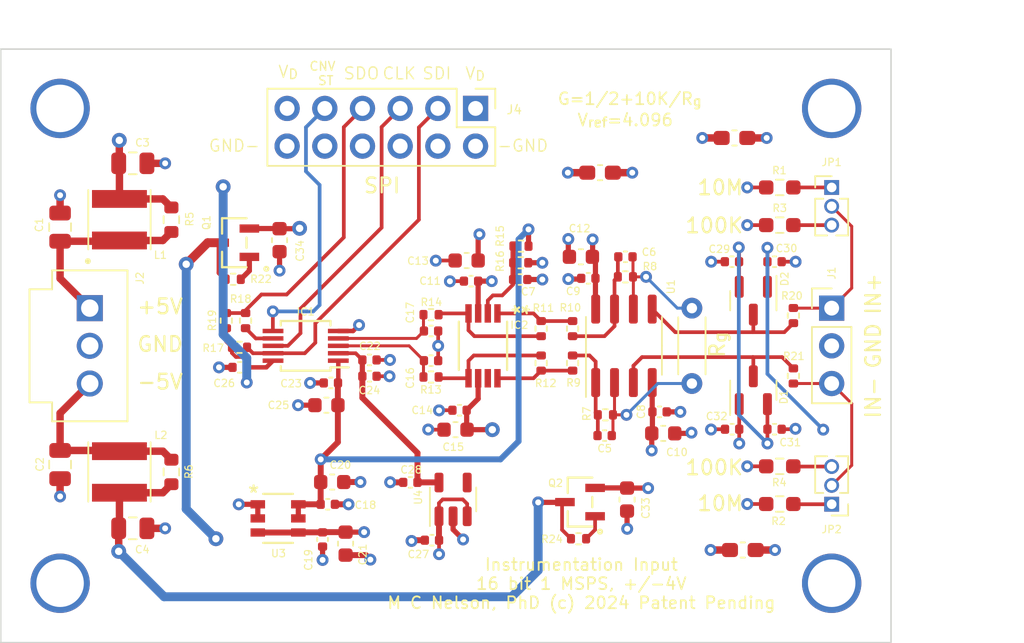
<source format=kicad_pcb>
(kicad_pcb (version 20240108) (generator "pcbnew") (generator_version "8.0")
  (layers (0 "F.Cu" signal) (1 "In1.Cu" signal) (2 "In2.Cu" signal) (31 "B.Cu" signal) (34 "B.Paste" user) (35 "F.Paste" user) (36 "B.SilkS" user "B.Silkscreen") (37 "F.SilkS" user "F.Silkscreen") (38 "B.Mask" user) (39 "F.Mask" user) (44 "Edge.Cuts" user))
  (net 0 "")
  (net 1 "+5V in")
  (net 2 "Earth")
  (net 3 "-5V in")
  (net 4 "+5V")
  (net 5 "-5V")
  (net 6 "Rg+")
  (net 7 "Net-(C5-Pad2)")
  (net 8 "Rg-")
  (net 9 "Net-(C6-Pad2)")
  (net 10 "Vref/2")
  (net 11 "Out-")
  (net 12 "Out+")
  (net 13 "Vref")
  (net 14 "+1V8")
  (net 15 "VD")
  (net 16 "In+")
  (net 17 "In-")
  (net 18 "SPI:SDI")
  (net 19 "SPI:CLK")
  (net 20 "SPI:SDO")
  (net 21 "SPI:CNVST")
  (net 22 "Net-(JP1-Pad1)")
  (net 23 "Net-(JP1-Pad3)")
  (net 24 "Net-(JP2-Pad1)")
  (net 25 "Net-(JP2-Pad3)")
  (net 26 "+4.3V")
  (net 27 "Net-(Q1-Pad1)")
  (net 28 "Net-(Q2-Pad1)")
  (net 30 "Net-(IC1-Pad7)")
  (net 31 "-4.3V")
  (net 32 "Net-(D1-Pad3)")
  (net 33 "Net-(D2-Pad3)")
  (net 34 "Net-(IC2-Pad1)")
  (net 35 "Net-(IC2-Pad4)")
  (net 36 "Net-(IC2-Pad5)")
  (net 38 "Net-(IC2-Pad8)")
  (footprint "Resistor_SMD:R_0402_1005Metric" (layer "F.Cu") (at 138.54 118.84 90)
    (property "Reference" "R10")
    (property "Value" "2.00k")
  )
  (footprint "Capacitor_SMD:C_0603_1608Metric_Pad1.08x0.95mm_HandSolder" (layer "F.Cu") (at 149.45 105.99)
    (property "Reference" "REF**" (hide yes))
    (property "Value" "C_0603_1608Metric_Pad1.08x0.95mm_HandSolder")
  )
  (footprint "Capacitor_SMD:C_0402_1005Metric" (layer "F.Cu") (at 139.6 115.45 180)
    (property "Reference" "C9")
    (property "Value" "0.1uF")
  )
  (footprint "Capacitor_SMD:C_0402_1005Metric" (layer "F.Cu") (at 142.1 114 180)
    (property "Reference" "C6")
    (property "Value" "10p")
  )
  (footprint "Inductor_SMD:L_Taiyo-Yuden_NR-40xx" (layer "F.Cu") (at 108 128.5 -90)
    (property "Reference" "L2")
    (property "Value" "10uH")
  )
  (footprint "Resistor_SMD:R_0402_1005Metric" (layer "F.Cu") (at 142.1 115.35 180)
    (property "Reference" "R8")
    (property "Value" "10.0k")
  )
  (footprint "Capacitor_SMD:C_0805_2012Metric" (layer "F.Cu") (at 104 128 -90)
    (property "Reference" "C2")
    (property "Value" "22uF")
  )
  (footprint "MMBT4403:SOT-23_LTO" (layer "F.Cu") (at 115.74 113.05 90)
    (property "Reference" "Q1")
    (property "Value" "MMBT4401")
  )
  (footprint "Capacitor_SMD:C_0402_1005Metric" (layer "F.Cu") (at 144.4 124.45)
    (property "Reference" "C8")
    (property "Value" "0.1uF")
  )
  (footprint "Capacitor_SMD:C_0603_1608Metric" (layer "F.Cu") (at 144.65 125.9)
    (property "Reference" "C10")
    (property "Value" "10uF")
  )
  (footprint "Capacitor_SMD:C_0402_1005Metric" (layer "F.Cu") (at 129 121)
    (property "Reference" "C16")
    (property "Value" "3.3nF")
  )
  (footprint "Resistor_SMD:R_0402_1005Metric" (layer "F.Cu") (at 129 122.1 180)
    (property "Reference" "R13")
    (property "Value" "49.9")
  )
  (footprint "Capacitor_SMD:C_0402_1005Metric" (layer "F.Cu") (at 152.15 114.33)
    (property "Reference" "C30")
    (property "Value" "0.1uF")
  )
  (footprint "Resistor_SMD:R_0402_1005Metric" (layer "F.Cu") (at 136.42 118.84 -90)
    (property "Reference" "R11")
    (property "Value" "1.00k")
  )
  (footprint "Package_SO:SOIC-8_3.9x4.9mm_P1.27mm" (layer "F.Cu") (at 142 120 90)
    (property "Reference" "U1")
    (property "Value" "ADA4510-02")
  )
  (footprint "LT1994IMS8-TRPBF:SOIC8_LT1994IMS8-TRPBF_ADI" (layer "F.Cu") (at 132.5 120 -90)
    (property "Reference" "IC2")
    (property "Value" "LT1994IMS8-TRPBF")
  )
  (footprint "Capacitor_SMD:C_0603_1608Metric" (layer "F.Cu") (at 118.79 112.88 -90)
    (property "Reference" "C34")
    (property "Value" "10uF")
  )
  (footprint "Resistor_SMD:R_0402_1005Metric" (layer "F.Cu") (at 116.09 120.1)
    (property "Reference" "R17")
    (property "Value" "10k")
  )
  (footprint "Capacitor_SMD:C_0603_1608Metric" (layer "F.Cu") (at 123.24 133.33 -90)
    (property "Reference" "C21")
    (property "Value" "10uF")
  )
  (footprint "Capacitor_SMD:C_0402_1005Metric" (layer "F.Cu") (at 124.85 120.95)
    (property "Reference" "C22")
    (property "Value" "0.1uF")
  )
  (footprint "Capacitor_SMD:C_0402_1005Metric" (layer "F.Cu") (at 135.01 115.53)
    (property "Reference" "C7")
    (property "Value" "0.22uF")
  )
  (footprint "Capacitor_SMD:C_0805_2012Metric" (layer "F.Cu") (at 104 112 90)
    (property "Reference" "C1")
    (property "Value" "22uF")
  )
  (footprint "Connector_PinHeader_1.27mm:PinHeader_1x03_P1.27mm_Vertical" (layer "F.Cu") (at 156 109.325)
    (property "Reference" "JP1")
    (property "Value" "Conn_01x03_Male")
  )
  (footprint "Resistor_SMD:R_0603_1608Metric" (layer "F.Cu") (at 111.5 128.5 -90)
    (property "Reference" "R6")
    (property "Value" "100")
  )
  (footprint "Resistor_SMD:R_0402_1005Metric" (layer "F.Cu") (at 135.06 113.28 180)
    (property "Reference" "R15")
    (property "Value" "1.00k")
  )
  (footprint "Capacitor_SMD:C_0603_1608Metric" (layer "F.Cu") (at 122.34 129.18)
    (property "Reference" "C20")
    (property "Value" "10uF")
  )
  (footprint "Resistor_SMD:R_0402_1005Metric" (layer "F.Cu") (at 116.5 118.3 90)
    (property "Reference" "R18")
    (property "Value" "49.9")
  )
  (footprint "705430002:MOLEX_70543-0002" (layer "F.Cu") (at 106 120 90)
    (property "Reference" "J2")
    (property "Value" "70543-0002")
  )
  (footprint "Connector_PinHeader_1.27mm:PinHeader_1x03_P1.27mm_Vertical" (layer "F.Cu") (at 156 130.675 180)
    (property "Reference" "JP2")
    (property "Value" "Conn_01x03_Male")
  )
  (footprint "Resistor_SMD:R_0402_1005Metric" (layer "F.Cu") (at 129 117.9 180)
    (property "Reference" "R14")
    (property "Value" "49.9")
  )
  (footprint "Capacitor_SMD:C_0402_1005Metric" (layer "F.Cu") (at 130.92 124.34 180)
    (property "Reference" "C14")
    (property "Value" "0.1uF")
  )
  (footprint "Resistor_SMD:R_0402_1005Metric" (layer "F.Cu") (at 115.6683 115.5145 180)
    (property "Reference" "R22")
    (property "Value" "1k")
  )
  (footprint "Resistor_SMD:R_0402_1005Metric" (layer "F.Cu") (at 138.94 132.9995 180)
    (property "Reference" "R24")
    (property "Value" "1k")
  )
  (footprint "Resistor_SMD:R_0603_1608Metric_Pad0.98x0.95mm_HandSolder" (layer "F.Cu") (at 152.5 130.66 180)
    (property "Reference" "R2")
    (property "Value" "10M")
  )
  (footprint "Capacitor_SMD:C_0402_1005Metric" (layer "F.Cu") (at 149.29 125.62 180)
    (property "Reference" "C32")
    (property "Value" "0.1uF")
  )
  (footprint "Capacitor_SMD:C_0603_1608Metric_Pad1.08x0.95mm_HandSolder" (layer "F.Cu") (at 140.39 108.33)
    (property "Reference" "REF**" (hide yes))
    (property "Value" "C_0603_1608Metric_Pad1.08x0.95mm_HandSolder")
  )
  (footprint "Capacitor_SMD:C_0402_1005Metric" (layer "F.Cu") (at 140.7 126.05 180)
    (property "Reference" "C5")
    (property "Value" "10p")
  )
  (footprint "Capacitor_SMD:C_0805_2012Metric" (layer "F.Cu") (at 108.9 132.3)
    (property "Reference" "C4")
    (property "Value" "22uF")
  )
  (footprint "Capacitor_SMD:C_0603_1608Metric_Pad1.08x0.95mm_HandSolder" (layer "F.Cu") (at 150.01 133.76)
    (property "Reference" "REF**" (hide yes))
    (property "Value" "C_0603_1608Metric_Pad1.08x0.95mm_HandSolder")
  )
  (footprint "Resistor_SMD:R_0603_1608Metric_Pad0.98x0.95mm_HandSolder" (layer "F.Cu") (at 152.5 111.865 180)
    (property "Reference" "R3")
    (property "Value" "100k")
  )
  (footprint "Capacitor_SMD:C_0402_1005Metric" (layer "F.Cu") (at 116.1 121.45 180)
    (property "Reference" "C26")
    (property "Value" "0.1uF")
  )
  (footprint "Capacitor_SMD:C_0402_1005Metric" (layer "F.Cu") (at 131.695 115.64 180)
    (property "Reference" "C11")
    (property "Value" "0.1uF")
  )
  (footprint "REF3433MDBVTEP:SOT-23-6_TEX" (layer "F.Cu") (at 118.69 131.63)
    (property "Reference" "U3")
    (property "Value" "REF3440QDBVRQ1")
  )
  (footprint "Resistor_THT:R_Axial_DIN0204_L3.6mm_D1.6mm_P5.08mm_Horizontal" (layer "F.Cu") (at 146.58 122.54 90)
    (property "Reference" "Rg1" (hide yes))
    (property "Value" "R")
  )
  (footprint "MMBT4403:SOT-23_LTO" (layer "F.Cu") (at 139.04 130.53 90)
    (property "Reference" "Q2")
    (property "Value" "MMBT4403")
  )
  (footprint "Resistor_SMD:R_0402_1005Metric" (layer "F.Cu") (at 153.42 122.03 90)
    (property "Reference" "R21")
    (property "Value" "200")
  )
  (footprint "Capacitor_SMD:C_0402_1005Metric" (layer "F.Cu") (at 122.04 130.68 180)
    (property "Reference" "C18")
    (property "Value" "0.1uF")
  )
  (footprint "Resistor_SMD:R_0402_1005Metric" (layer "F.Cu") (at 153.42 117.96 -90)
    (property "Reference" "R20")
    (property "Value" "200")
  )
  (footprint "Capacitor_SMD:C_0402_1005Metric" (layer "F.Cu") (at 129.06 133.1 180)
    (property "Reference" "C27")
    (property "Value" "1uF")
  )
  (footprint "Resistor_SMD:R_0402_1005Metric" (layer "F.Cu") (at 138.54 121.16 -90)
    (property "Reference" "R9")
    (property "Value" "2.00k")
  )
  (footprint "Connector_PinHeader_2.54mm:PinHeader_2x06_P2.54mm_Vertical" (layer "F.Cu") (at 132 104 -90)
    (property "Reference" "J4")
    (property "Value" "Conn_02x06_Odd_Even")
  )
  (footprint "Capacitor_SMD:C_0402_1005Metric" (layer "F.Cu") (at 121.69 133.05 90)
    (property "Reference" "C19")
    (property "Value" "0.1uF")
  )
  (footprint "Resistor_SMD:R_0603_1608Metric_Pad0.98x0.95mm_HandSolder" (layer "F.Cu") (at 152.5 109.325 180)
    (property "Reference" "R1")
    (property "Value" "10M")
  )
  (footprint "Connector_PinHeader_2.54mm:PinHeader_1x03_P2.54mm_Vertical" (layer "F.Cu") (at 156 117.46)
    (property "Reference" "J1")
    (property "Value" "Conn_01x03_Male")
  )
  (footprint "Resistor_SMD:R_0402_1005Metric" (layer "F.Cu") (at 135.04 114.4)
    (property "Reference" "R16")
    (property "Value" "1.00k")
  )
  (footprint "Resistor_SMD:R_0402_1005Metric" (layer "F.Cu") (at 136.42 121.16 90)
    (property "Reference" "R12")
    (property "Value" "1.00k")
  )
  (footprint "Resistor_SMD:R_0603_1608Metric" (layer "F.Cu") (at 111.5 111.5 90)
    (property "Reference" "R5")
    (property "Value" "100")
  )
  (footprint "Capacitor_SMD:C_0603_1608Metric" (layer "F.Cu") (at 139.1 114 180)
    (property "Reference" "C12")
    (property "Value" "10uF")
  )
  (footprint "Capacitor_SMD:C_0805_2012Metric" (layer "F.Cu") (at 108.9 107.7)
    (property "Reference" "C3")
    (property "Value" "22uF")
  )
  (footprint "Capacitor_SMD:C_0402_1005Metric" (layer "F.Cu") (at 124.85 122.05)
    (property "Reference" "C24")
    (property "Value" "1uF")
  )
  (footprint "Capacitor_SMD:C_0603_1608Metric" (layer "F.Cu") (at 131.4 114.25 180)
    (property "Reference" "C13")
    (property "Value" "10uF")
  )
  (footprint "Resistor_SMD:R_0402_1005Metric" (layer "F.Cu") (at 115.2 118.3 90)
    (property "Reference" "R19")
    (property "Value" "30K")
  )
  (footprint "Capacitor_SMD:C_0402_1005Metric" (layer "F.Cu") (at 149.28 114.33 180)
    (property "Reference" "C29")
    (property "Value" "0.1uF")
  )
  (footprint "Capacitor_SMD:C_0402_1005Metric" (layer "F.Cu") (at 129 119 180)
    (property "Reference" "C17")
    (property "Value" "3.3nF")
  )
  (footprint "Capacitor_SMD:C_0402_1005Metric" (layer "F.Cu") (at 127.605 129.2025 180)
    (property "Reference" "C28")
    (property "Value" "1uF")
  )
  (footprint "Capacitor_SMD:C_0603_1608Metric" (layer "F.Cu") (at 142.21 130.36 -90)
    (property "Reference" "C33")
    (property "Value" "10uF")
  )
  (footprint "Package_SO:MSOP-10_3x3mm_P0.5mm" (layer "F.Cu") (at 120.55 120 180)
    (property "Reference" "IC1")
    (property "Value" "MCP33131D-10-I_MS")
  )
  (footprint "Capacitor_SMD:C_0603_1608Metric" (layer "F.Cu") (at 121.95 124 180)
    (property "Reference" "C25")
    (property "Value" "10uF")
  )
  (footprint "Capacitor_SMD:C_0402_1005Metric" (layer "F.Cu") (at 152.15 125.62)
    (property "Reference" "C31")
    (property "Value" "0.1uF")
  )
  (footprint "Resistor_SMD:R_0603_1608Metric_Pad0.98x0.95mm_HandSolder" (layer "F.Cu") (at 152.5 128.12 180)
    (property "Reference" "R4")
    (property "Value" "100k")
  )
  (footprint "Package_TO_SOT_SMD:SOT-23-5" (layer "F.Cu") (at 130.485 130.35 90)
    (property "Reference" "U4")
    (property "Value" "TPS72218")
  )
  (footprint "Capacitor_SMD:C_0603_1608Metric" (layer "F.Cu") (at 130.65 125.65 180)
    (property "Reference" "C15")
    (property "Value" "10uF")
  )
  (footprint "Package_TO_SOT_SMD:SOT-23" (layer "F.Cu") (at 150.72 122.99 90)
    (property "Reference" "D1")
    (property "Value" "MMBD1503A")
  )
  (footprint "Package_TO_SOT_SMD:SOT-23" (layer "F.Cu") (at 150.72 116.96 -90)
    (property "Reference" "D2")
    (property "Value" "MMBD1503A")
  )
  (footprint "Capacitor_SMD:C_0402_1005Metric" (layer "F.Cu") (at 122.25 122.5 180)
    (property "Reference" "C23")
    (property "Value" "100pF")
  )
  (footprint "Resistor_SMD:R_0402_1005Metric" (layer "F.Cu") (at 140.75 124.65 180)
    (property "Reference" "R7")
    (property "Value" "10.0k")
  )
  (footprint "Inductor_SMD:L_Taiyo-Yuden_NR-40xx" (layer "F.Cu") (at 108 111.5 90)
    (property "Reference" "L1")
    (property "Value" "10uH")
  )
  (gr_rect (start 100 100) (end 160 140) (stroke (width 0.1)) (fill none) (layer "Edge.Cuts"))
  (gr_text "Instrumentation Input\n16 bit 1 MSPS, +/-4V\nM C Nelson, PhD (c) 2024 Patent Pending" (at 139.13 136.03 0) (layer "F.SilkS") (effects (font (size 0.8 0.8) (thickness 0.12))))
  (gr_text "100K" (at 148.085238 111.89 0) (layer "F.SilkS") (effects (font (size 1 1))))
  (gr_text "V_{D}" (at 131.97 101.64 0) (layer "F.SilkS") (effects (font (size 0.8 0.8) (thickness 0.09))))
  (gr_text "V_{D}" (at 119.37 101.53 0) (layer "F.SilkS") (effects (font (size 0.8 0.8) (thickness 0.09))))
  (gr_text "V_{ref}=4.096" (at 142.09 104.78 0) (layer "F.SilkS") (effects (font (size 0.8 0.8) (thickness 0.12))))
  (gr_text "IN-" (at 158.8 123.5 90) (layer "F.SilkS") (effects (font (size 1 1))))
  (gr_text "CNV\n ST" (at 121.68 101.64 0) (layer "F.SilkS") (effects (font (size 0.6 0.6) (thickness 0.09))))
  (gr_text "SPI" (at 125.7 109.2 0) (layer "F.SilkS") (effects (font (size 1 1))))
  (gr_text "10M" (at 148.49 109.33 0) (layer "F.SilkS") (effects (font (size 1 1))))
  (gr_text "R_{g}" (at 148.29 119.93 90) (layer "F.SilkS") (effects (font (size 1 1))))
  (gr_text "10M" (at 148.49 130.62 0) (layer "F.SilkS") (effects (font (size 1 1))))
  (gr_text "+5V" (at 110.744 117.348 0) (layer "F.SilkS") (effects (font (size 1 1))))
  (gr_text "100K" (at 148.085238 128.2 0) (layer "F.SilkS") (effects (font (size 1 1))))
  (gr_text "GND" (at 110.744 119.888 0) (layer "F.SilkS") (effects (font (size 1 1))))
  (gr_text "-GND" (at 135.18 106.51 0) (layer "F.SilkS") (effects (font (size 0.8 0.8) (thickness 0.09))))
  (gr_text "GND" (at 158.8 120 90) (layer "F.SilkS") (effects (font (size 1 1))))
  (gr_text "SDI" (at 129.39 101.64 0) (layer "F.SilkS") (effects (font (size 0.8 0.8) (thickness 0.09))))
  (gr_text "-5V" (at 110.744 122.428 0) (layer "F.SilkS") (effects (font (size 1 1))))
  (gr_text "CLK" (at 126.85 101.64 0) (layer "F.SilkS") (effects (font (size 0.8 0.8) (thickness 0.09))))
  (gr_text "GND-" (at 115.74 106.51 0) (layer "F.SilkS") (effects (font (size 0.8 0.8) (thickness 0.09))))
  (gr_text "IN+" (at 158.8 116.5 90) (layer "F.SilkS") (effects (font (size 1 1))))
  (gr_text "G=1/2+10K/R_{g}" (at 142.39 103.35 0) (layer "F.SilkS") (effects (font (size 0.8 0.8) (thickness 0.12))))
  (gr_text "SDO" (at 124.31 101.64 0) (layer "F.SilkS") (effects (font (size 0.8 0.8) (thickness 0.09))))
  (segment (start 106 117.46) (end 104 115.46) (width 0.5) (layer "F.Cu") (net 1))
  (segment (start 104 115.46) (end 104 112.95) (width 0.5) (layer "F.Cu") (net 1))
  (segment (start 107.95 112.95) (end 108 112.9) (width 0.5) (layer "F.Cu") (net 1))
  (segment (start 110.925 112.9) (end 111.5 112.325) (width 0.5) (layer "F.Cu") (net 1))
  (segment (start 108 112.9) (end 110.925 112.9) (width 0.5) (layer "F.Cu") (net 1))
  (segment (start 104 112.95) (end 107.95 112.95) (width 0.5) (layer "F.Cu") (net 1))
  (segment (start 127.125 129.2025) (end 126.255 129.2025) (width 0.4) (layer "F.Cu") (net 2))
  (segment (start 151.5875 128.12) (end 150.31 128.12) (width 0.25) (layer "F.Cu") (net 2))
  (segment (start 117.32475 131.63) (end 117.32475 130.679999) (width 0.35) (layer "F.Cu") (net 2))
  (segment (start 142.21 132.32) (end 142.22 132.33) (width 0.25) (layer "F.Cu") (net 2))
  (segment (start 139.07 115.5) (end 139.12 115.45) (width 0.35) (layer "F.Cu") (net 2))
  (segment (start 130.485 131.4875) (end 130.485 132.375) (width 0.35) (layer "F.Cu") (net 2))
  (segment (start 129.48 119) (end 129.48 120) (width 0.25) (layer "F.Cu") (net 2))
  (segment (start 123.75 119) (end 124.15 118.6) (width 0.3) (layer "F.Cu") (net 2))
  (segment (start 139.5275 108.33) (end 138.22 108.33) (width 0.5) (layer "F.Cu") (net 2))
  (segment (start 148.8 114.33) (end 147.88 114.33) (width 0.25) (layer "F.Cu") (net 2))
  (segment (start 104 130.15) (end 104 128.95) (width 0.5) (layer "F.Cu") (net 2))
  (segment (start 138.25 113.925) (end 138.25 112.8) (width 0.35) (layer "F.Cu") (net 2))
  (segment (start 104 111.05) (end 104 109.85) (width 0.5) (layer "F.Cu") (net 2))
  (segment (start 120.04 124) (end 121.175 124) (width 0.35) (layer "F.Cu") (net 2))
  (segment (start 150.31 109.325) (end 151.5875 109.325) (width 0.25) (layer "F.Cu") (net 2))
  (segment (start 118.79 113.655) (end 118.79 114.93) (width 0.35) (layer "F.Cu") (net 2))
  (segment (start 148.81 125.62) (end 147.89 125.62) (width 0.25) (layer "F.Cu") (net 2))
  (segment (start 151.5875 130.66) (end 150.31 130.66) (width 0.25) (layer "F.Cu") (net 2))
  (segment (start 130.625 114.25) (end 129.33 114.25) (width 0.25) (layer "F.Cu") (net 2))
  (segment (start 127.735 133.1) (end 127.685 133.15) (width 0.25) (layer "F.Cu") (net 2))
  (segment (start 148.5875 105.99) (end 147.28 105.99) (width 0.5) (layer "F.Cu") (net 2))
  (segment (start 123.115 129.18) (end 124.24 129.18) (width 0.4) (layer "F.Cu") (net 2))
  (segment (start 153.53 125.62) (end 153.56 125.59) (width 0.25) (layer "F.Cu") (net 2))
  (segment (start 124.605 134.105) (end 123.24 134.105) (width 0.4) (layer "F.Cu") (net 2))
  (segment (start 116.04 130.68) (end 117.32475 130.679999) (width 0.35) (layer "F.Cu") (net 2))
  (segment (start 129.875 125.65) (end 128.82 125.65) (width 0.25) (layer "F.Cu") (net 2))
  (segment (start 122.52 130.68) (end 123.44 130.68) (width 0.4) (layer "F.Cu") (net 2))
  (segment (start 130.44 124.34) (end 129.55 124.34) (width 0.25) (layer "F.Cu") (net 2))
  (segment (start 144.88 124.45) (end 145.8 124.45) (width 0.35) (layer "F.Cu") (net 2))
  (segment (start 152.63 125.62) (end 153.53 125.62) (width 0.25) (layer "F.Cu") (net 2))
  (segment (start 109.85 132.3) (end 111.08 132.3) (width 0.5) (layer "F.Cu") (net 2))
  (segment (start 150.31 111.865) (end 151.5875 111.865) (width 0.25) (layer "F.Cu") (net 2))
  (segment (start 138.25 115.5) (end 139.07 115.5) (width 0.35) (layer "F.Cu") (net 2))
  (segment (start 147.89 125.62) (end 147.87 125.64) (width 0.25) (layer "F.Cu") (net 2))
  (segment (start 131.215 115.64) (end 130.28 115.64) (width 0.25) (layer "F.Cu") (net 2))
  (segment (start 135.49 115.53) (end 136.5 115.53) (width 0.35) (layer "F.Cu") (net 2))
  (segment (start 124.91 134.41) (end 124.605 134.105) (width 0.4) (layer "F.Cu") (net 2))
  (segment (start 146.5 125.9) (end 146.55 125.85) (width 0.25) (layer "F.Cu") (net 2))
  (segment (start 129.48 121) (end 129.48 120) (width 0.25) (layer "F.Cu") (net 2))
  (segment (start 145.425 125.9) (end 146.5 125.9) (width 0.35) (layer "F.Cu") (net 2))
  (segment (start 126.23 120.95) (end 125.33 120.95) (width 0.25) (layer "F.Cu") (net 2))
  (segment (start 138.325 114) (end 138.25 113.925) (width 0.35) (layer "F.Cu") (net 2))
  (segment (start 135.55 114.4) (end 136.5 114.4) (width 0.35) (layer "F.Cu") (net 2))
  (segment (start 111.08 107.7) (end 109.85 107.7) (width 0.5) (layer "F.Cu") (net 2))
  (segment (start 122.75 119) (end 123.75 119) (width 0.3) (layer "F.Cu") (net 2))
  (segment (start 149.1475 133.76) (end 147.84 133.76) (width 0.5) (layer "F.Cu") (net 2))
  (segment (start 121.69 133.53) (end 121.69 134.43) (width 0.35) (layer "F.Cu") (net 2))
  (segment (start 128.58 133.1) (end 127.735 133.1) (width 0.4) (layer "F.Cu") (net 2))
  (segment (start 142.21 131.135) (end 142.21 132.32) (width 0.35) (layer "F.Cu") (net 2))
  (segment (start 120.85 122.5) (end 121.77 122.5) (width 0.35) (layer "F.Cu") (net 2))
  (segment (start 130.485 132.375) (end 131.16 133.05) (width 0.35) (layer "F.Cu") (net 2))
  (segment (start 152.63 114.33) (end 153.57 114.33) (width 0.25) (layer "F.Cu") (net 2))
  (segment (start 114.71 121.45) (end 115.62 121.45) (width 0.35) (layer "F.Cu") (net 2))
  (segment (start 125.33 122.05) (end 126.2 122.05) (width 0.25) (layer "F.Cu") (net 2))
  (via (at 123.44 130.68) (size 0.8) (drill 0.4) (layers "F.Cu" "B.Cu") (net 2))
  (via (at 120.85 122.5) (size 0.8) (drill 0.4) (layers "F.Cu" "B.Cu") (net 2))
  (via (at 156 136) (size 4) (drill 3.2) (layers "F.Cu" "B.Cu") (net 2))
  (via (at 128.81 125.64) (size 0.8) (drill 0.4) (layers "F.Cu" "B.Cu") (net 2))
  (via (at 145.8 124.45) (size 0.8) (drill 0.4) (layers "F.Cu" "B.Cu") (net 2))
  (via (at 127.685 133.15) (size 0.8) (drill 0.4) (layers "F.Cu" "B.Cu") (net 2))
  (via (at 116.04 130.68) (size 0.8) (drill 0.4) (layers "F.Cu" "B.Cu") (net 2))
  (via (at 129.54 124.35) (size 0.8) (drill 0.4) (layers "F.Cu" "B.Cu") (net 2))
  (via (at 104 104) (size 4) (drill 3.2) (layers "F.Cu" "B.Cu") (net 2))
  (via (at 142.22 132.33) (size 0.8) (drill 0.4) (layers "F.Cu" "B.Cu") (net 2))
  (via (at 124.24 129.18) (size 0.8) (drill 0.4) (layers "F.Cu" "B.Cu") (net 2))
  (via (at 111.08 132.3) (size 0.8) (drill 0.4) (layers "F.Cu" "B.Cu") (net 2))
  (via (at 147.84 133.76) (size 0.8) (drill 0.4) (layers "F.Cu" "B.Cu") (net 2))
  (via (at 146.55 125.85) (size 0.8) (drill 0.4) (layers "F.Cu" "B.Cu") (net 2))
  (via (at 136.5 114.4) (size 0.8) (drill 0.4) (layers "F.Cu" "B.Cu") (net 2))
  (via (at 126.23 120.95) (size 0.8) (drill 0.4) (layers "F.Cu" "B.Cu") (net 2))
  (via (at 121.69 134.43) (size 0.8) (drill 0.4) (layers "F.Cu" "B.Cu") (net 2))
  (via (at 124.15 118.6) (size 0.8) (drill 0.4) (layers "F.Cu" "B.Cu") (net 2))
  (via (at 138.25 115.5) (size 0.8) (drill 0.4) (layers "F.Cu" "B.Cu") (net 2))
  (via (at 147.28 105.99) (size 0.8) (drill 0.4) (layers "F.Cu" "B.Cu") (net 2))
  (via (at 150.31 111.865) (size 0.8) (drill 0.4) (layers "F.Cu" "B.Cu") (net 2))
  (via (at 118.79 114.93) (size 0.8) (drill 0.4) (layers "F.Cu" "B.Cu") (net 2))
  (via (at 111.08 107.7) (size 0.8) (drill 0.4) (layers "F.Cu" "B.Cu") (net 2))
  (via (at 153.56 125.59) (size 0.8) (drill 0.4) (layers "F.Cu" "B.Cu") (net 2))
  (via (at 150.31 109.325) (size 0.8) (drill 0.4) (layers "F.Cu" "B.Cu") (net 2))
  (via (at 138.22 108.33) (size 0.8) (drill 0.4) (layers "F.Cu" "B.Cu") (net 2))
  (via (at 129.48 120) (size 0.8) (drill 0.4) (layers "F.Cu" "B.Cu") (net 2))
  (via (at 153.57 114.33) (size 0.8) (drill 0.4) (layers "F.Cu" "B.Cu") (net 2))
  (via (at 124.91 134.41) (size 0.8) (drill 0.4) (layers "F.Cu" "B.Cu") (net 2))
  (via (at 156 104) (size 4) (drill 3.2) (layers "F.Cu" "B.Cu") (net 2))
  (via (at 104 109.85) (size 0.8) (drill 0.4) (layers "F.Cu" "B.Cu") (net 2))
  (via (at 126.2 122.05) (size 0.8) (drill 0.4) (layers "F.Cu" "B.Cu") (net 2))
  (via (at 129.32 114.26) (size 0.8) (drill 0.4) (layers "F.Cu" "B.Cu") (net 2))
  (via (at 150.31 130.66) (size 0.8) (drill 0.4) (layers "F.Cu" "B.Cu") (net 2))
  (via (at 147.88 114.33) (size 0.8) (drill 0.4) (layers "F.Cu" "B.Cu") (net 2))
  (via (at 104 130.15) (size 0.8) (drill 0.4) (layers "F.Cu" "B.Cu") (net 2))
  (via (at 138.25 112.8) (size 0.8) (drill 0.4) (layers "F.Cu" "B.Cu") (net 2))
  (via (at 130.27 115.65) (size 0.8) (drill 0.4) (layers "F.Cu" "B.Cu") (net 2))
  (via (at 120.04 124) (size 0.8) (drill 0.4) (layers "F.Cu" "B.Cu") (net 2))
  (via (at 147.87 125.64) (size 0.8) (drill 0.4) (layers "F.Cu" "B.Cu") (net 2))
  (via (at 136.5 115.53) (size 0.8) (drill 0.4) (layers "F.Cu" "B.Cu") (net 2))
  (via (at 114.71 121.45) (size 0.8) (drill 0.4) (layers "F.Cu" "B.Cu") (net 2))
  (via (at 104 136) (size 4) (drill 3.2) (layers "F.Cu" "B.Cu") (net 2))
  (via (at 150.31 128.12) (size 0.8) (drill 0.4) (layers "F.Cu" "B.Cu") (net 2))
  (via (at 126.245 129.1925) (size 0.8) (drill 0.4) (layers "F.Cu" "B.Cu") (net 2))
  (via (at 131.16 133.05) (size 0.8) (drill 0.4) (layers "F.Cu" "B.Cu") (net 2))
  (segment (start 107.95 127.05) (end 108 127.1) (width 0.5) (layer "F.Cu") (net 3))
  (segment (start 104 124.54) (end 104 127.05) (width 0.5) (layer "F.Cu") (net 3))
  (segment (start 106 122.54) (end 104 124.54) (width 0.5) (layer "F.Cu") (net 3))
  (segment (start 110.925 127.1) (end 111.5 127.675) (width 0.5) (layer "F.Cu") (net 3))
  (segment (start 104 127.05) (end 107.95 127.05) (width 0.5) (layer "F.Cu") (net 3))
  (segment (start 108 127.1) (end 110.925 127.1) (width 0.5) (layer "F.Cu") (net 3))
  (segment (start 107.99 107.66) (end 107.95 107.7) (width 0.25) (layer "F.Cu") (net 4))
  (segment (start 123.24 132.555) (end 121.705 132.555) (width 0.4) (layer "F.Cu") (net 4))
  (segment (start 114.724 115.0802) (end 115.1583 115.5145) (width 0.35) (layer "F.Cu") (net 4))
  (segment (start 107.99 106.15) (end 107.99 107.66) (width 0.5) (layer "F.Cu") (net 4))
  (segment (start 129.54 133.1) (end 129.54 134.04) (width 0.25) (layer "F.Cu") (net 4))
  (segment (start 129.785 130.35) (end 131.135 130.35) (width 0.25) (layer "F.Cu") (net 4))
  (segment (start 108 110.1) (end 108 107.75) (width 0.5) (layer "F.Cu") (net 4))
  (segment (start 129.535 131.4875) (end 129.535 130.6) (width 0.25) (layer "F.Cu") (net 4))
  (segment (start 120.065251 132.57) (end 120.05525 132.580001) (width 0.35) (layer "F.Cu") (net 4))
  (segment (start 129.535 133.095) (end 129.54 133.1) (width 0.25) (layer "F.Cu") (net 4))
  (segment (start 131.135 130.35) (end 131.435 130.65) (width 0.25) (layer "F.Cu") (net 4))
  (segment (start 110.925 110.1) (end 111.5 110.675) (width 0.5) (layer "F.Cu") (net 4))
  (segment (start 112.5 114.5) (end 113.95 113.05) (width 0.6) (layer "F.Cu") (net 4))
  (segment (start 129.535 130.6) (end 129.785 130.35) (width 0.25) (layer "F.Cu") (net 4))
  (segment (start 124.49 132.555) (end 123.24 132.555) (width 0.35) (layer "F.Cu") (net 4))
  (segment (start 113.95 113.05) (end 114.724 113.05) (width 0.6) (layer "F.Cu") (net 4))
  (segment (start 121.69 132.57) (end 120.065251 132.57) (width 0.4) (layer "F.Cu") (net 4))
  (segment (start 108 110.1) (end 110.925 110.1) (width 0.5) (layer "F.Cu") (net 4))
  (segment (start 114.724 113.05) (end 114.724 115.0802) (width 0.35) (layer "F.Cu") (net 4))
  (segment (start 131.435 130.65) (end 131.435 131.4875) (width 0.25) (layer "F.Cu") (net 4))
  (segment (start 120.05525 132.580001) (end 117.32475 132.580001) (width 0.4) (layer "F.Cu") (net 4))
  (segment (start 121.705 132.555) (end 121.69 132.57) (width 0.35) (layer "F.Cu") (net 4))
  (segment (start 129.535 131.4875) (end 129.535 133.095) (width 0.4) (layer "F.Cu") (net 4))
  (segment (start 108 107.75) (end 107.95 107.7) (width 0.25) (layer "F.Cu") (net 4))
  (via (at 112.5 114.5) (size 1) (drill 0.5) (layers "F.Cu" "B.Cu") (net 4))
  (via (at 129.54 134.04) (size 0.8) (drill 0.4) (layers "F.Cu" "B.Cu") (net 4))
  (via (at 114.5 133) (size 1) (drill 0.5) (layers "F.Cu" "B.Cu") (net 4))
  (via (at 124.49 132.555) (size 0.8) (drill 0.4) (layers "F.Cu" "B.Cu") (net 4))
  (via (at 107.99 106.15) (size 1) (drill 0.5) (layers "F.Cu" "B.Cu") (net 4))
  (segment (start 112.5 114.5) (end 112.5 131) (width 0.6) (layer "B.Cu") (net 4))
  (segment (start 112.5 131) (end 114.5 133) (width 0.6) (layer "B.Cu") (net 4))
  (segment (start 138.004 130.55) (end 138.024 130.53) (width 0.25) (layer "F.Cu") (net 5))
  (segment (start 108 132.25) (end 107.95 132.3) (width 0.25) (layer "F.Cu") (net 5))
  (segment (start 136.22 130.55) (end 138.004 130.55) (width 0.35) (layer "F.Cu") (net 5))
  (segment (start 108 129.9) (end 108 132.25) (width 0.5) (layer "F.Cu") (net 5))
  (segment (start 137.83 130.724) (end 137.83 132.3995) (width 0.25) (layer "F.Cu") (net 5))
  (segment (start 110.925 129.9) (end 111.5 129.325) (width 0.5) (layer "F.Cu") (net 5))
  (segment (start 138.004 130.55) (end 137.83 130.724) (width 0.25) (layer "F.Cu") (net 5))
  (segment (start 137.83 132.3995) (end 138.43 132.9995) (width 0.25) (layer "F.Cu") (net 5))
  (segment (start 107.95 133.85) (end 107.95 132.3) (width 0.5) (layer "F.Cu") (net 5))
  (segment (start 108 129.9) (end 110.925 129.9) (width 0.5) (layer "F.Cu") (net 5))
  (via (at 107.95 133.85) (size 1) (drill 0.5) (layers "F.Cu" "B.Cu") (net 5))
  (via (at 136.22 130.55) (size 0.8) (drill 0.4) (layers "F.Cu" "B.Cu") (net 5))
  (segment (start 107.95 133.85) (end 111.01 136.91) (width 0.6) (layer "B.Cu") (net 5))
  (segment (start 134.44 136.91) (end 136.22 135.13) (width 0.6) (layer "B.Cu") (net 5))
  (segment (start 136.22 135.13) (end 136.22 130.55) (width 0.6) (layer "B.Cu") (net 5))
  (segment (start 111.01 136.91) (end 134.44 136.91) (width 0.6) (layer "B.Cu") (net 5))
  (segment (start 142.61 114.03) (end 142.58 114) (width 0.2) (layer "F.Cu") (net 6))
  (segment (start 142.61 115.35) (end 142.61 114.03) (width 0.2) (layer "F.Cu") (net 6))
  (segment (start 142.635 117.525) (end 142.635 115.375) (width 0.2) (layer "F.Cu") (net 6))
  (segment (start 142.635 115.375) (end 142.61 115.35) (width 0.2) (layer "F.Cu") (net 6))
  (segment (start 142.61 115.35) (end 143.49 115.35) (width 0.2) (layer "F.Cu") (net 6))
  (via (at 143.49 115.35) (size 0.8) (drill 0.4) (layers "F.Cu" "B.Cu") (net 6))
  (segment (start 145.6 117.46) (end 146.58 117.46) (width 0.2) (layer "B.Cu") (net 6))
  (segment (start 143.49 115.35) (end 145.6 117.46) (width 0.2) (layer "B.Cu") (net 6))
  (segment (start 139.68 120.65) (end 140.095 121.065) (width 0.25) (layer "F.Cu") (net 7))
  (segment (start 140.095 121.065) (end 140.095 122.475) (width 0.25) (layer "F.Cu") (net 7))
  (segment (start 138.54 120.65) (end 139.68 120.65) (width 0.25) (layer "F.Cu") (net 7))
  (segment (start 140.24 124.65) (end 140.24 126.03) (width 0.25) (layer "F.Cu") (net 7))
  (segment (start 140.24 126.03) (end 140.22 126.05) (width 0.25) (layer "F.Cu") (net 7))
  (segment (start 140.095 124.505) (end 140.24 124.65) (width 0.25) (layer "F.Cu") (net 7))
  (segment (start 140.095 122.475) (end 140.095 124.505) (width 0.25) (layer "F.Cu") (net 7))
  (segment (start 141.18 126.05) (end 141.26 125.97) (width 0.2) (layer "F.Cu") (net 8))
  (segment (start 141.26 125.97) (end 141.26 124.65) (width 0.2) (layer "F.Cu") (net 8))
  (segment (start 141.26 124.65) (end 142.17 124.65) (width 0.2) (layer "F.Cu") (net 8))
  (segment (start 141.365 124.545) (end 141.365 122.475) (width 0.2) (layer "F.Cu") (net 8))
  (segment (start 141.26 124.65) (end 141.365 124.545) (width 0.2) (layer "F.Cu") (net 8))
  (via (at 142.17 124.65) (size 0.8) (drill 0.4) (layers "F.Cu" "B.Cu") (net 8))
  (segment (start 142.17 124.65) (end 144.28 122.54) (width 0.2) (layer "B.Cu") (net 8))
  (segment (start 144.28 122.54) (end 146.58 122.54) (width 0.2) (layer "B.Cu") (net 8))
  (segment (start 141.365 115.575) (end 141.59 115.35) (width 0.25) (layer "F.Cu") (net 9))
  (segment (start 138.54 119.35) (end 140.69 119.35) (width 0.25) (layer "F.Cu") (net 9))
  (segment (start 141.59 114.03) (end 141.62 114) (width 0.25) (layer "F.Cu") (net 9))
  (segment (start 140.69 119.35) (end 141.365 118.675) (width 0.25) (layer "F.Cu") (net 9))
  (segment (start 141.365 118.675) (end 141.365 117.525) (width 0.25) (layer "F.Cu") (net 9))
  (segment (start 141.59 115.35) (end 141.59 114.03) (width 0.25) (layer "F.Cu") (net 9))
  (segment (start 141.365 117.525) (end 141.365 115.575) (width 0.25) (layer "F.Cu") (net 9))
  (segment (start 134.53 115.53) (end 134.53 114.4) (width 0.35) (layer "F.Cu") (net 10))
  (segment (start 134.53 114.4) (end 134.53 113.3) (width 0.35) (layer "F.Cu") (net 10))
  (segment (start 132.82512 116.9433) (end 133.16842 116.6) (width 0.25) (layer "F.Cu") (net 10))
  (segment (start 133.16842 116.6) (end 133.8 116.6) (width 0.25) (layer "F.Cu") (net 10))
  (segment (start 132.82512 117.8156) (end 132.82512 116.9433) (width 0.25) (layer "F.Cu") (net 10))
  (segment (start 133.8 116.6) (end 134.53 115.87) (width 0.25) (layer "F.Cu") (net 10))
  (segment (start 134.53 115.87) (end 134.53 115.53) (width 0.25) (layer "F.Cu") (net 10))
  (segment (start 122.75 119.5) (end 128.02 119.5) (width 0.2) (layer "F.Cu") (net 11))
  (segment (start 128.49 117.9) (end 128.49 118.97) (width 0.2) (layer "F.Cu") (net 11))
  (segment (start 128.02 119.5) (end 128.52 119) (width 0.2) (layer "F.Cu") (net 11))
  (segment (start 128.49 121.03) (end 128.52 121) (width 0.2) (layer "F.Cu") (net 12))
  (segment (start 122.75 120) (end 127.52 120) (width 0.2) (layer "F.Cu") (net 12))
  (segment (start 128.49 122.1) (end 128.49 121.03) (width 0.2) (layer "F.Cu") (net 12))
  (segment (start 127.52 120) (end 128.52 121) (width 0.2) (layer "F.Cu") (net 12))
  (segment (start 121.565 127.705) (end 121.565 129.18) (width 0.4) (layer "F.Cu") (net 13))
  (segment (start 122.72 124.005) (end 122.72 122.51) (width 0.4) (layer "F.Cu") (net 13))
  (segment (start 122.72 122.51) (end 122.73 122.5) (width 0.25) (layer "F.Cu") (net 13))
  (segment (start 122.72 126.495) (end 122.72 124.005) (width 0.4) (layer "F.Cu") (net 13))
  (segment (start 122.72 124.005) (end 122.725 124) (width 0.25) (layer "F.Cu") (net 13))
  (segment (start 120.05525 130.679999) (end 121.56 130.68) (width 0.4) (layer "F.Cu") (net 13))
  (segment (start 122.75 122.48) (end 122.73 122.5) (width 0.25) (layer "F.Cu") (net 13))
  (segment (start 120.05525 130.679999) (end 120.05525 131.63) (width 0.35) (layer "F.Cu") (net 13))
  (segment (start 121.56 129.185) (end 121.565 129.18) (width 0.4) (layer "F.Cu") (net 13))
  (segment (start 121.565 127.65) (end 122.72 126.495) (width 0.4) (layer "F.Cu") (net 13))
  (segment (start 122.75 121) (end 122.75 122.48) (width 0.3) (layer "F.Cu") (net 13))
  (segment (start 135.57 112.15) (end 135.57 113.28) (width 0.35) (layer "F.Cu") (net 13))
  (segment (start 121.56 130.68) (end 121.56 129.185) (width 0.4) (layer "F.Cu") (net 13))
  (via (at 135.57 112.15) (size 0.8) (drill 0.4) (layers "F.Cu" "B.Cu") (net 13))
  (via (at 121.565 127.65) (size 0.8) (drill 0.4) (layers "F.Cu" "B.Cu") (net 13))
  (segment (start 134.9 126.43) (end 134.9 112.82) (width 0.4) (layer "B.Cu") (net 13))
  (segment (start 121.565 127.65) (end 133.68 127.65) (width 0.4) (layer "B.Cu") (net 13))
  (segment (start 133.68 127.65) (end 134.9 126.43) (width 0.4) (layer "B.Cu") (net 13))
  (segment (start 134.9 112.82) (end 135.57 112.15) (width 0.4) (layer "B.Cu") (net 13))
  (segment (start 129.525 129.2025) (end 129.535 129.2125) (width 0.35) (layer "F.Cu") (net 14))
  (segment (start 123.92 120.5) (end 124.37 120.95) (width 0.25) (layer "F.Cu") (net 14))
  (segment (start 128.085 129.2025) (end 129.525 129.2025) (width 0.4) (layer "F.Cu") (net 14))
  (segment (start 128.085 129.2025) (end 128.085 127.235) (width 0.4) (layer "F.Cu") (net 14))
  (segment (start 124.37 122.05) (end 124.37 120.95) (width 0.35) (layer "F.Cu") (net 14))
  (segment (start 124.37 123.5) (end 124.37 122.05) (width 0.4) (layer "F.Cu") (net 14))
  (segment (start 128.085 127.235) (end 128.095 127.225) (width 0.25) (layer "F.Cu") (net 14))
  (segment (start 128.095 127.225) (end 124.37 123.5) (width 0.4) (layer "F.Cu") (net 14))
  (segment (start 122.75 120.5) (end 123.92 120.5) (width 0.25) (layer "F.Cu") (net 14))
  (segment (start 116.58 121) (end 116.58 121.45) (width 0.25) (layer "F.Cu") (net 15))
  (segment (start 116.58 122.47) (end 116.58 121.45) (width 0.35) (layer "F.Cu") (net 15))
  (segment (start 142.56 108.33) (end 141.2525 108.33) (width 0.5) (layer "F.Cu") (net 15))
  (segment (start 116.33 120.75) (end 116.58 121) (width 0.25) (layer "F.Cu") (net 15))
  (segment (start 115.58 120.1) (end 115.58 120.48) (width 0.25) (layer "F.Cu") (net 15))
  (segment (start 117.9 121.45) (end 118.35 121) (width 0.3) (layer "F.Cu") (net 15))
  (segment (start 116.58 121.45) (end 117.9 121.45) (width 0.3) (layer "F.Cu") (net 15))
  (segment (start 115.2 119.72) (end 115.58 120.1) (width 0.25) (layer "F.Cu") (net 15))
  (segment (start 115.58 120.48) (end 115.85 120.75) (width 0.25) (layer "F.Cu") (net 15))
  (segment (start 115.85 120.75) (end 116.33 120.75) (width 0.25) (layer "F.Cu") (net 15))
  (segment (start 115.2 118.81) (end 115.2 119.72) (width 0.25) (layer "F.Cu") (net 15))
  (via (at 142.56 108.33) (size 0.8) (drill 0.4) (layers "F.Cu" "B.Cu") (net 15))
  (via (at 114.99 109.28) (size 1) (drill 0.5) (layers "F.Cu" "B.Cu") (net 15))
  (via (at 116.58 122.47) (size 0.8) (drill 0.4) (layers "F.Cu" "B.Cu") (net 15))
  (segment (start 116.58 120.82) (end 116.58 122.47) (width 0.6) (layer "B.Cu") (net 15))
  (segment (start 114.99 119.23) (end 116.58 120.82) (width 0.6) (layer "B.Cu") (net 15))
  (segment (start 114.99 109.28) (end 114.99 119.23) (width 0.6) (layer "B.Cu") (net 15))
  (segment (start 156 110.595) (end 157.35 111.945) (width 0.2) (layer "F.Cu") (net 16))
  (segment (start 157.35 111.945) (end 157.35 116.11) (width 0.2) (layer "F.Cu") (net 16))
  (segment (start 153.42 117.45) (end 153.43 117.46) (width 0.2) (layer "F.Cu") (net 16))
  (segment (start 153.43 117.46) (end 156 117.46) (width 0.2) (layer "F.Cu") (net 16))
  (segment (start 157.35 116.11) (end 156 117.46) (width 0.2) (layer "F.Cu") (net 16))
  (segment (start 157.35 128.055) (end 156 129.405) (width 0.2) (layer "F.Cu") (net 17))
  (segment (start 157.35 123.89) (end 157.35 128.055) (width 0.2) (layer "F.Cu") (net 17))
  (segment (start 156 122.54) (end 157.35 123.89) (width 0.2) (layer "F.Cu") (net 17))
  (segment (start 153.42 122.54) (end 156 122.54) (width 0.2) (layer "F.Cu") (net 17))
  (segment (start 128.18 105.28) (end 129.46 104) (width 0.25) (layer "F.Cu") (net 18))
  (segment (start 117 120.5) (end 118.35 120.5) (width 0.25) (layer "F.Cu") (net 18))
  (segment (start 120.49 120.5) (end 121.2 119.79) (width 0.25) (layer "F.Cu") (net 18))
  (segment (start 121.2 118.48) (end 128.18 111.5) (width 0.25) (layer "F.Cu") (net 18))
  (segment (start 121.2 119.79) (end 121.2 118.48) (width 0.25) (layer "F.Cu") (net 18))
  (segment (start 128.18 111.5) (end 128.18 105.28) (width 0.25) (layer "F.Cu") (net 18))
  (segment (start 116.6 120.1) (end 117 120.5) (width 0.25) (layer "F.Cu") (net 18))
  (segment (start 118.35 120.5) (end 120.49 120.5) (width 0.25) (layer "F.Cu") (net 18))
  (segment (start 126.92 104) (end 125.67 105.25) (width 0.25) (layer "F.Cu") (net 19))
  (segment (start 119.35 120) (end 118.35 120) (width 0.25) (layer "F.Cu") (net 19))
  (segment (start 125.67 105.25) (end 125.67 112.03) (width 0.25) (layer "F.Cu") (net 19))
  (segment (start 120.2 119.15) (end 119.35 120) (width 0.25) (layer "F.Cu") (net 19))
  (segment (start 120.2 117.5) (end 120.2 119.15) (width 0.25) (layer "F.Cu") (net 19))
  (segment (start 125.67 112.03) (end 120.2 117.5) (width 0.25) (layer "F.Cu") (net 19))
  (segment (start 116.5 117.79) (end 116.5 117.61) (width 0.25) (layer "F.Cu") (net 20))
  (segment (start 119.27 116.54) (end 123.12 112.69) (width 0.25) (layer "F.Cu") (net 20))
  (segment (start 116.5 117.61) (end 117.57 116.54) (width 0.25) (layer "F.Cu") (net 20))
  (segment (start 123.12 112.69) (end 123.12 105.26) (width 0.25) (layer "F.Cu") (net 20))
  (segment (start 115.2 117.79) (end 116.5 117.79) (width 0.25) (layer "F.Cu") (net 20))
  (segment (start 117.57 116.54) (end 119.27 116.54) (width 0.25) (layer "F.Cu") (net 20))
  (segment (start 123.12 105.26) (end 124.38 104) (width 0.25) (layer "F.Cu") (net 20))
  (segment (start 118.34 118.99) (end 118.35 119) (width 0.25) (layer "F.Cu") (net 21))
  (segment (start 118.34 117.68) (end 118.34 118.99) (width 0.25) (layer "F.Cu") (net 21))
  (via (at 118.34 117.68) (size 0.8) (drill 0.4) (layers "F.Cu" "B.Cu") (net 21))
  (segment (start 120.57 105.27) (end 121.84 104) (width 0.25) (layer "B.Cu") (net 21))
  (segment (start 120.57 108.24) (end 120.57 105.27) (width 0.25) (layer "B.Cu") (net 21))
  (segment (start 121.06 117.68) (end 121.49 117.25) (width 0.25) (layer "B.Cu") (net 21))
  (segment (start 118.34 117.68) (end 121.06 117.68) (width 0.25) (layer "B.Cu") (net 21))
  (segment (start 121.49 109.16) (end 120.57 108.24) (width 0.25) (layer "B.Cu") (net 21))
  (segment (start 121.49 117.25) (end 121.49 109.16) (width 0.25) (layer "B.Cu") (net 21))
  (segment (start 153.4125 109.325) (end 156 109.325) (width 0.25) (layer "F.Cu") (net 22))
  (segment (start 153.4125 111.865) (end 156 111.865) (width 0.25) (layer "F.Cu") (net 23))
  (segment (start 153.4125 130.66) (end 153.4275 130.675) (width 0.25) (layer "F.Cu") (net 24))
  (segment (start 153.4275 130.675) (end 156 130.675) (width 0.25) (layer "F.Cu") (net 24))
  (segment (start 153.4275 128.135) (end 156 128.135) (width 0.25) (layer "F.Cu") (net 25))
  (segment (start 153.4125 128.12) (end 153.4275 128.135) (width 0.25) (layer "F.Cu") (net 25))
  (segment (start 139.875 114) (end 140.08 114.205) (width 0.35) (layer "F.Cu") (net 26))
  (segment (start 140.08 117.51) (end 140.095 117.525) (width 0.25) (layer "F.Cu") (net 26))
  (segment (start 140.08 115.45) (end 140.08 117.51) (width 0.35) (layer "F.Cu") (net 26))
  (segment (start 149.76 114.33) (end 149.76 116.0125) (width 0.25) (layer "F.Cu") (net 26))
  (segment (start 140.08 114.205) (end 140.08 115.45) (width 0.35) (layer "F.Cu") (net 26))
  (segment (start 149.76 113.39) (end 149.74 113.37) (width 0.25) (layer "F.Cu") (net 26))
  (segment (start 132.175 112.456001) (end 132.175 114.25) (width 0.35) (layer "F.Cu") (net 26))
  (segment (start 120.115 112.105) (end 120.14 112.08) (width 0.25) (layer "F.Cu") (net 26))
  (segment (start 118.79 112.105) (end 120.115 112.105) (width 0.35) (layer "F.Cu") (net 26))
  (segment (start 139.89 112.83) (end 139.89 113.985) (width 0.35) (layer "F.Cu") (net 26))
  (segment (start 132.175 115.64) (end 133.09 115.64) (width 0.35) (layer "F.Cu") (net 26))
  (segment (start 132.17488 117.8156) (end 132.17488 115.64012) (width 0.35) (layer "F.Cu") (net 26))
  (segment (start 151.62 105.99) (end 150.3125 105.99) (width 0.5) (layer "F.Cu") (net 26))
  (segment (start 132.17488 115.64012) (end 132.175 115.64) (width 0.25) (layer "F.Cu") (net 26))
  (segment (start 149.76 114.33) (end 149.76 113.39) (width 0.25) (layer "F.Cu") (net 26))
  (segment (start 118.780001 112.095001) (end 118.79 112.105) (width 0.25) (layer "F.Cu") (net 26))
  (segment (start 151.67 123.9275) (end 151.67 125.62) (width 0.25) (layer "F.Cu") (net 26))
  (segment (start 149.76 116.0125) (end 149.77 116.0225) (width 0.25) (layer "F.Cu") (net 26))
  (segment (start 116.756 112.095001) (end 118.780001 112.095001) (width 0.35) (layer "F.Cu") (net 26))
  (segment (start 151.67 125.62) (end 151.67 126.58) (width 0.25) (layer "F.Cu") (net 26))
  (segment (start 139.89 113.985) (end 139.875 114) (width 0.25) (layer "F.Cu") (net 26))
  (via (at 151.62 105.99) (size 0.8) (drill 0.4) (layers "F.Cu" "B.Cu") (net 26))
  (via (at 133.09 115.64) (size 0.8) (drill 0.4) (layers "F.Cu" "B.Cu") (net 26))
  (via (at 149.74 113.37) (size 0.8) (drill 0.4) (layers "F.Cu" "B.Cu") (net 26))
  (via (at 120.14 112.08) (size 1) (drill 0.5) (layers "F.Cu" "B.Cu") (net 26))
  (via (at 132.26 112.48) (size 0.8) (drill 0.4) (layers "F.Cu" "B.Cu") (net 26))
  (via (at 139.89 112.83) (size 0.8) (drill 0.4) (layers "F.Cu" "B.Cu") (net 26))
  (via (at 151.67 126.58) (size 0.8) (drill 0.4) (layers "F.Cu" "B.Cu") (net 26))
  (segment (start 149.74 124.65) (end 151.67 126.58) (width 0.25) (layer "B.Cu") (net 26))
  (segment (start 149.74 113.37) (end 149.74 124.65) (width 0.25) (layer "B.Cu") (net 26))
  (segment (start 116.756 114.9368) (end 116.756 114.004999) (width 0.35) (layer "F.Cu") (net 27))
  (segment (start 116.1783 115.5145) (end 116.756 114.9368) (width 0.35) (layer "F.Cu") (net 27))
  (segment (start 140.056 132.3935) (end 139.45 132.9995) (width 0.25) (layer "F.Cu") (net 28))
  (segment (start 140.056 131.484999) (end 140.056 132.3935) (width 0.25) (layer "F.Cu") (net 28))
  (segment (start 117.19 119.5) (end 118.35 119.5) (width 0.25) (layer "F.Cu") (net 30))
  (segment (start 116.5 118.81) (end 117.19 119.5) (width 0.25) (layer "F.Cu") (net 30))
  (segment (start 143.625 129.585) (end 143.63 129.59) (width 0.25) (layer "F.Cu") (net 31))
  (segment (start 143.875 127.045) (end 143.87 127.05) (width 0.35) (layer "F.Cu") (net 31))
  (segment (start 142.21 129.585) (end 143.625 129.585) (width 0.35) (layer "F.Cu") (net 31))
  (segment (start 142.200001 129.575001) (end 142.21 129.585) (width 0.25) (layer "F.Cu") (net 31))
  (segment (start 151.67 114.33) (end 151.67 116.0225) (width 0.25) (layer "F.Cu") (net 31))
  (segment (start 149.77 123.9275) (end 149.77 125.62) (width 0.25) (layer "F.Cu") (net 31))
  (segment (start 143.875 125.9) (end 143.875 127.045) (width 0.35) (layer "F.Cu") (net 31))
  (segment (start 140.056 129.575001) (end 142.200001 129.575001) (width 0.35) (layer "F.Cu") (net 31))
  (segment (start 131.4 124.34) (end 131.4 125.625) (width 0.35) (layer "F.Cu") (net 31))
  (segment (start 132.17488 123.56512) (end 132.17488 122.1844) (width 0.35) (layer "F.Cu") (net 31))
  (segment (start 143.875 125.9) (end 143.92 125.855) (width 0.35) (layer "F.Cu") (net 31))
  (segment (start 143.905 124.435) (end 143.92 124.45) (width 0.25) (layer "F.Cu") (net 31))
  (segment (start 131.4 125.625) (end 131.425 125.65) (width 0.35) (layer "F.Cu") (net 31))
  (segment (start 152.18 133.76) (end 150.8725 133.76) (width 0.5) (layer "F.Cu") (net 31))
  (segment (start 131.425 125.65) (end 133.13 125.65) (width 0.35) (layer "F.Cu") (net 31))
  (segment (start 131.4 124.34) (end 132.17488 123.56512) (width 0.35) (layer "F.Cu") (net 31))
  (segment (start 151.67 114.33) (end 151.67 113.39) (width 0.25) (layer "F.Cu") (net 31))
  (segment (start 149.77 125.62) (end 149.77 126.58) (width 0.25) (layer "F.Cu") (net 31))
  (segment (start 143.905 122.475) (end 143.905 124.435) (width 0.35) (layer "F.Cu") (net 31))
  (segment (start 143.92 125.855) (end 143.92 124.45) (width 0.35) (layer "F.Cu") (net 31))
  (via (at 133.13 125.65) (size 1) (drill 0.5) (layers "F.Cu" "B.Cu") (net 31))
  (via (at 155.43 125.65) (size 0.8) (drill 0.4) (layers "F.Cu" "B.Cu") (net 31))
  (via (at 152.18 133.76) (size 0.8) (drill 0.4) (layers "F.Cu" "B.Cu") (net 31))
  (via (at 151.67 113.39) (size 0.8) (drill 0.4) (layers "F.Cu" "B.Cu") (net 31))
  (via (at 149.77 126.58) (size 0.8) (drill 0.4) (layers "F.Cu" "B.Cu") (net 31))
  (via (at 143.87 127.05) (size 0.8) (drill 0.4) (layers "F.Cu" "B.Cu") (net 31))
  (via (at 143.63 129.59) (size 0.8) (drill 0.4) (layers "F.Cu" "B.Cu") (net 31))
  (segment (start 155.43 125.65) (end 151.67 121.89) (width 0.25) (layer "B.Cu") (net 31))
  (segment (start 151.67 121.89) (end 151.67 113.39) (width 0.25) (layer "B.Cu") (net 31))
  (segment (start 150.69 120.76) (end 152.66 120.76) (width 0.25) (layer "F.Cu") (net 32))
  (segment (start 142.64 121.34) (end 143.22 120.76) (width 0.25) (layer "F.Cu") (net 32))
  (segment (start 150.72 122.0525) (end 150.72 120.79) (width 0.25) (layer "F.Cu") (net 32))
  (segment (start 150.72 120.79) (end 150.69 120.76) (width 0.25) (layer "F.Cu") (net 32))
  (segment (start 143.22 120.76) (end 150.69 120.76) (width 0.25) (layer "F.Cu") (net 32))
  (segment (start 142.64 122.47) (end 142.64 121.34) (width 0.25) (layer "F.Cu") (net 32))
  (segment (start 142.64 122.47) (end 142.635 122.475) (width 0.2) (layer "F.Cu") (net 32))
  (segment (start 152.66 120.76) (end 153.42 121.52) (width 0.25) (layer "F.Cu") (net 32))
  (segment (start 150.69 119.08) (end 152.81 119.08) (width 0.25) (layer "F.Cu") (net 33))
  (segment (start 150.72 119.05) (end 150.69 119.08) (width 0.25) (layer "F.Cu") (net 33))
  (segment (start 145.46 119.08) (end 150.69 119.08) (width 0.25) (layer "F.Cu") (net 33))
  (segment (start 143.905 117.525) (end 145.46 119.08) (width 0.25) (layer "F.Cu") (net 33))
  (segment (start 152.81 119.08) (end 153.42 118.47) (width 0.25) (layer "F.Cu") (net 33))
  (segment (start 150.72 117.8975) (end 150.72 119.05) (width 0.25) (layer "F.Cu") (net 33))
  (segment (start 136.42 118.33) (end 138.54 118.33) (width 0.25) (layer "F.Cu") (net 34))
  (segment (start 133.47536 117.8156) (end 135.9056 117.8156) (width 0.25) (layer "F.Cu") (net 34))
  (segment (start 135.9056 117.8156) (end 136.42 118.33) (width 0.25) (layer "F.Cu") (net 34))
  (segment (start 131.92 119.35) (end 136.42 119.35) (width 0.25) (layer "F.Cu") (net 35))
  (segment (start 131.52464 117.8156) (end 131.52464 118.95464) (width 0.25) (layer "F.Cu") (net 35))
  (segment (start 129.5944 117.8156) (end 131.52464 117.8156) (width 0.25) (layer "F.Cu") (net 35))
  (segment (start 129.51 117.9) (end 129.5944 117.8156) (width 0.25) (layer "F.Cu") (net 35))
  (segment (start 131.52464 118.95464) (end 131.92 119.35) (width 0.25) (layer "F.Cu") (net 35))
  (segment (start 129.5944 122.1844) (end 131.52464 122.1844) (width 0.25) (layer "F.Cu") (net 36))
  (segment (start 136.42 120.65) (end 131.88 120.65) (width 0.25) (layer "F.Cu") (net 36))
  (segment (start 129.51 122.1) (end 129.5944 122.1844) (width 0.25) (layer "F.Cu") (net 36))
  (segment (start 131.88 120.65) (end 131.52464 121.00536) (width 0.25) (layer "F.Cu") (net 36))
  (segment (start 131.52464 121.00536) (end 131.52464 122.1844) (width 0.25) (layer "F.Cu") (net 36))
  (segment (start 136.42 121.67) (end 138.54 121.67) (width 0.25) (layer "F.Cu") (net 38))
  (segment (start 135.9056 122.1844) (end 136.42 121.67) (width 0.25) (layer "F.Cu") (net 38))
  (segment (start 133.47536 122.1844) (end 135.9056 122.1844) (width 0.25) (layer "F.Cu") (net 38))
)
</source>
